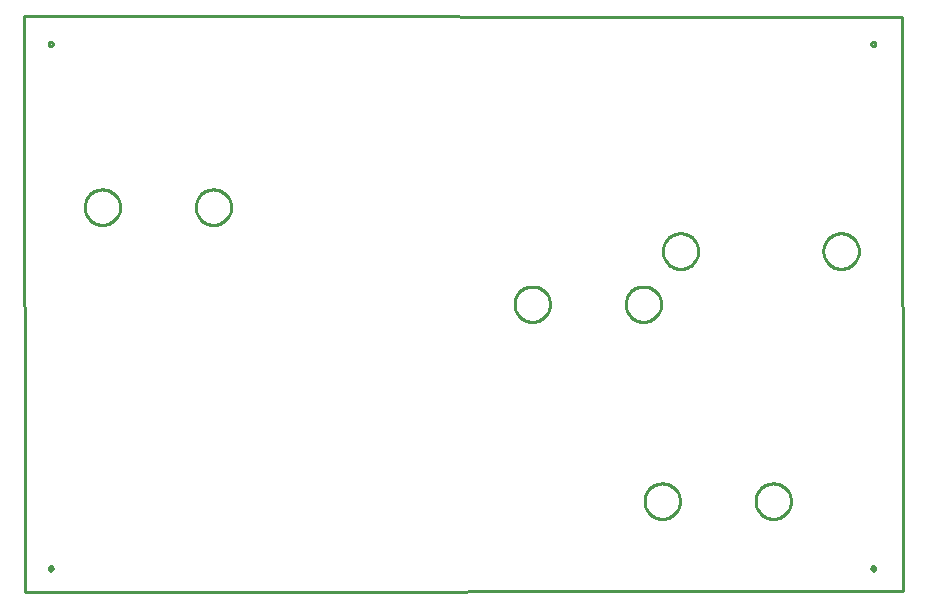
<source format=gbr>
G04 EAGLE Gerber RS-274X export*
G75*
%MOMM*%
%FSLAX34Y34*%
%LPD*%
%IN*%
%IPPOS*%
%AMOC8*
5,1,8,0,0,1.08239X$1,22.5*%
G01*
%ADD10C,0.254000*%


D10*
X-18881Y636694D02*
X-18034Y149101D01*
X725667Y149863D01*
X724820Y635763D01*
X-18881Y636694D01*
X5772Y168868D02*
X5705Y168530D01*
X5573Y168211D01*
X5381Y167925D01*
X5138Y167681D01*
X4851Y167489D01*
X4532Y167357D01*
X4194Y167290D01*
X3850Y167290D01*
X3511Y167357D01*
X3193Y167489D01*
X2906Y167681D01*
X2663Y167925D01*
X2471Y168211D01*
X2339Y168530D01*
X2272Y168868D01*
X2272Y169212D01*
X2339Y169551D01*
X2471Y169869D01*
X2663Y170156D01*
X2906Y170399D01*
X3193Y170591D01*
X3511Y170723D01*
X3850Y170790D01*
X4194Y170790D01*
X4532Y170723D01*
X4851Y170591D01*
X5138Y170399D01*
X5381Y170156D01*
X5573Y169869D01*
X5705Y169551D01*
X5772Y169212D01*
X5772Y168868D01*
X702354Y168868D02*
X702287Y168530D01*
X702155Y168211D01*
X701963Y167925D01*
X701719Y167681D01*
X701433Y167489D01*
X701114Y167357D01*
X700776Y167290D01*
X700431Y167290D01*
X700093Y167357D01*
X699775Y167489D01*
X699488Y167681D01*
X699244Y167925D01*
X699053Y168211D01*
X698921Y168530D01*
X698854Y168868D01*
X698854Y169212D01*
X698921Y169551D01*
X699053Y169869D01*
X699244Y170156D01*
X699488Y170399D01*
X699775Y170591D01*
X700093Y170723D01*
X700431Y170790D01*
X700776Y170790D01*
X701114Y170723D01*
X701433Y170591D01*
X701719Y170399D01*
X701963Y170156D01*
X702155Y169869D01*
X702287Y169551D01*
X702354Y169212D01*
X702354Y168868D01*
X702354Y612915D02*
X702287Y612577D01*
X702155Y612258D01*
X701963Y611972D01*
X701719Y611728D01*
X701433Y611537D01*
X701114Y611405D01*
X700776Y611337D01*
X700431Y611337D01*
X700093Y611405D01*
X699775Y611537D01*
X699488Y611728D01*
X699244Y611972D01*
X699053Y612258D01*
X698921Y612577D01*
X698854Y612915D01*
X698854Y613260D01*
X698921Y613598D01*
X699053Y613916D01*
X699244Y614203D01*
X699488Y614447D01*
X699775Y614638D01*
X700093Y614770D01*
X700431Y614837D01*
X700776Y614837D01*
X701114Y614770D01*
X701433Y614638D01*
X701719Y614447D01*
X701963Y614203D01*
X702155Y613916D01*
X702287Y613598D01*
X702354Y613260D01*
X702354Y612915D01*
X5772Y612915D02*
X5705Y612577D01*
X5573Y612258D01*
X5381Y611972D01*
X5138Y611728D01*
X4851Y611537D01*
X4532Y611405D01*
X4194Y611337D01*
X3850Y611337D01*
X3511Y611405D01*
X3193Y611537D01*
X2906Y611728D01*
X2663Y611972D01*
X2471Y612258D01*
X2339Y612577D01*
X2272Y612915D01*
X2272Y613260D01*
X2339Y613598D01*
X2471Y613916D01*
X2663Y614203D01*
X2906Y614447D01*
X3193Y614638D01*
X3511Y614770D01*
X3850Y614837D01*
X4194Y614837D01*
X4532Y614770D01*
X4851Y614638D01*
X5138Y614447D01*
X5381Y614203D01*
X5573Y613916D01*
X5705Y613598D01*
X5772Y613260D01*
X5772Y612915D01*
X156817Y474439D02*
X156741Y473370D01*
X156588Y472310D01*
X156361Y471263D01*
X156059Y470235D01*
X155684Y469231D01*
X155239Y468256D01*
X154726Y467316D01*
X154146Y466415D01*
X153504Y465557D01*
X152803Y464747D01*
X152045Y463989D01*
X151235Y463288D01*
X150378Y462646D01*
X149476Y462066D01*
X148536Y461553D01*
X147561Y461108D01*
X146557Y460733D01*
X145529Y460432D01*
X144482Y460204D01*
X143422Y460051D01*
X142353Y459975D01*
X141282Y459975D01*
X140213Y460051D01*
X139152Y460204D01*
X138105Y460432D01*
X137077Y460733D01*
X136073Y461108D01*
X135099Y461553D01*
X134158Y462066D01*
X133257Y462646D01*
X132399Y463288D01*
X131589Y463989D01*
X130832Y464747D01*
X130130Y465557D01*
X129488Y466415D01*
X128909Y467316D01*
X128395Y468256D01*
X127950Y469231D01*
X127576Y470235D01*
X127274Y471263D01*
X127046Y472310D01*
X126894Y473370D01*
X126817Y474439D01*
X126817Y475511D01*
X126894Y476579D01*
X127046Y477640D01*
X127274Y478687D01*
X127576Y479715D01*
X127950Y480719D01*
X128395Y481693D01*
X128909Y482634D01*
X129488Y483535D01*
X130130Y484393D01*
X130832Y485203D01*
X131589Y485960D01*
X132399Y486662D01*
X133257Y487304D01*
X134158Y487883D01*
X135099Y488397D01*
X136073Y488842D01*
X137077Y489216D01*
X138105Y489518D01*
X139152Y489746D01*
X140213Y489898D01*
X141282Y489975D01*
X142353Y489975D01*
X143422Y489898D01*
X144482Y489746D01*
X145529Y489518D01*
X146557Y489216D01*
X147561Y488842D01*
X148536Y488397D01*
X149476Y487883D01*
X150378Y487304D01*
X151235Y486662D01*
X152045Y485960D01*
X152803Y485203D01*
X153504Y484393D01*
X154146Y483535D01*
X154726Y482634D01*
X155239Y481693D01*
X155684Y480719D01*
X156059Y479715D01*
X156361Y478687D01*
X156588Y477640D01*
X156741Y476579D01*
X156817Y475511D01*
X156817Y474439D01*
X62817Y474439D02*
X62741Y473370D01*
X62588Y472310D01*
X62361Y471263D01*
X62059Y470235D01*
X61684Y469231D01*
X61239Y468256D01*
X60726Y467316D01*
X60146Y466415D01*
X59504Y465557D01*
X58803Y464747D01*
X58045Y463989D01*
X57235Y463288D01*
X56378Y462646D01*
X55476Y462066D01*
X54536Y461553D01*
X53561Y461108D01*
X52557Y460733D01*
X51529Y460432D01*
X50482Y460204D01*
X49422Y460051D01*
X48353Y459975D01*
X47282Y459975D01*
X46213Y460051D01*
X45152Y460204D01*
X44105Y460432D01*
X43077Y460733D01*
X42073Y461108D01*
X41099Y461553D01*
X40158Y462066D01*
X39257Y462646D01*
X38399Y463288D01*
X37589Y463989D01*
X36832Y464747D01*
X36130Y465557D01*
X35488Y466415D01*
X34909Y467316D01*
X34395Y468256D01*
X33950Y469231D01*
X33576Y470235D01*
X33274Y471263D01*
X33046Y472310D01*
X32894Y473370D01*
X32817Y474439D01*
X32817Y475511D01*
X32894Y476579D01*
X33046Y477640D01*
X33274Y478687D01*
X33576Y479715D01*
X33950Y480719D01*
X34395Y481693D01*
X34909Y482634D01*
X35488Y483535D01*
X36130Y484393D01*
X36832Y485203D01*
X37589Y485960D01*
X38399Y486662D01*
X39257Y487304D01*
X40158Y487883D01*
X41099Y488397D01*
X42073Y488842D01*
X43077Y489216D01*
X44105Y489518D01*
X45152Y489746D01*
X46213Y489898D01*
X47282Y489975D01*
X48353Y489975D01*
X49422Y489898D01*
X50482Y489746D01*
X51529Y489518D01*
X52557Y489216D01*
X53561Y488842D01*
X54536Y488397D01*
X55476Y487883D01*
X56378Y487304D01*
X57235Y486662D01*
X58045Y485960D01*
X58803Y485203D01*
X59504Y484393D01*
X60146Y483535D01*
X60726Y482634D01*
X61239Y481693D01*
X61684Y480719D01*
X62059Y479715D01*
X62361Y478687D01*
X62588Y477640D01*
X62741Y476579D01*
X62817Y475511D01*
X62817Y474439D01*
X688306Y437189D02*
X688230Y436121D01*
X688077Y435060D01*
X687849Y434013D01*
X687548Y432985D01*
X687173Y431981D01*
X686728Y431007D01*
X686215Y430066D01*
X685635Y429165D01*
X684993Y428307D01*
X684292Y427497D01*
X683534Y426740D01*
X682724Y426038D01*
X681866Y425396D01*
X680965Y424817D01*
X680025Y424303D01*
X679050Y423858D01*
X678046Y423484D01*
X677018Y423182D01*
X675971Y422954D01*
X674911Y422802D01*
X673842Y422725D01*
X672770Y422725D01*
X671702Y422802D01*
X670641Y422954D01*
X669594Y423182D01*
X668566Y423484D01*
X667562Y423858D01*
X666588Y424303D01*
X665647Y424817D01*
X664746Y425396D01*
X663888Y426038D01*
X663078Y426740D01*
X662321Y427497D01*
X661619Y428307D01*
X660977Y429165D01*
X660398Y430066D01*
X659884Y431007D01*
X659439Y431981D01*
X659065Y432985D01*
X658763Y434013D01*
X658535Y435060D01*
X658383Y436121D01*
X658306Y437189D01*
X658306Y438261D01*
X658383Y439330D01*
X658535Y440390D01*
X658763Y441437D01*
X659065Y442465D01*
X659439Y443469D01*
X659884Y444444D01*
X660398Y445384D01*
X660977Y446285D01*
X661619Y447143D01*
X662321Y447953D01*
X663078Y448711D01*
X663888Y449412D01*
X664746Y450054D01*
X665647Y450634D01*
X666588Y451147D01*
X667562Y451592D01*
X668566Y451967D01*
X669594Y452269D01*
X670641Y452496D01*
X671702Y452649D01*
X672770Y452725D01*
X673842Y452725D01*
X674911Y452649D01*
X675971Y452496D01*
X677018Y452269D01*
X678046Y451967D01*
X679050Y451592D01*
X680025Y451147D01*
X680965Y450634D01*
X681866Y450054D01*
X682724Y449412D01*
X683534Y448711D01*
X684292Y447953D01*
X684993Y447143D01*
X685635Y446285D01*
X686215Y445384D01*
X686728Y444444D01*
X687173Y443469D01*
X687548Y442465D01*
X687849Y441437D01*
X688077Y440390D01*
X688230Y439330D01*
X688306Y438261D01*
X688306Y437189D01*
X552306Y437189D02*
X552230Y436121D01*
X552077Y435060D01*
X551849Y434013D01*
X551548Y432985D01*
X551173Y431981D01*
X550728Y431007D01*
X550215Y430066D01*
X549635Y429165D01*
X548993Y428307D01*
X548292Y427497D01*
X547534Y426740D01*
X546724Y426038D01*
X545866Y425396D01*
X544965Y424817D01*
X544025Y424303D01*
X543050Y423858D01*
X542046Y423484D01*
X541018Y423182D01*
X539971Y422954D01*
X538911Y422802D01*
X537842Y422725D01*
X536770Y422725D01*
X535702Y422802D01*
X534641Y422954D01*
X533594Y423182D01*
X532566Y423484D01*
X531562Y423858D01*
X530588Y424303D01*
X529647Y424817D01*
X528746Y425396D01*
X527888Y426038D01*
X527078Y426740D01*
X526321Y427497D01*
X525619Y428307D01*
X524977Y429165D01*
X524398Y430066D01*
X523884Y431007D01*
X523439Y431981D01*
X523065Y432985D01*
X522763Y434013D01*
X522535Y435060D01*
X522383Y436121D01*
X522306Y437189D01*
X522306Y438261D01*
X522383Y439330D01*
X522535Y440390D01*
X522763Y441437D01*
X523065Y442465D01*
X523439Y443469D01*
X523884Y444444D01*
X524398Y445384D01*
X524977Y446285D01*
X525619Y447143D01*
X526321Y447953D01*
X527078Y448711D01*
X527888Y449412D01*
X528746Y450054D01*
X529647Y450634D01*
X530588Y451147D01*
X531562Y451592D01*
X532566Y451967D01*
X533594Y452269D01*
X534641Y452496D01*
X535702Y452649D01*
X536770Y452725D01*
X537842Y452725D01*
X538911Y452649D01*
X539971Y452496D01*
X541018Y452269D01*
X542046Y451967D01*
X543050Y451592D01*
X544025Y451147D01*
X544965Y450634D01*
X545866Y450054D01*
X546724Y449412D01*
X547534Y448711D01*
X548292Y447953D01*
X548993Y447143D01*
X549635Y446285D01*
X550215Y445384D01*
X550728Y444444D01*
X551173Y443469D01*
X551548Y442465D01*
X551849Y441437D01*
X552077Y440390D01*
X552230Y439330D01*
X552306Y438261D01*
X552306Y437189D01*
X396847Y393307D02*
X396924Y394376D01*
X397076Y395437D01*
X397304Y396484D01*
X397606Y397512D01*
X397980Y398516D01*
X398426Y399490D01*
X398939Y400431D01*
X399518Y401332D01*
X400160Y402190D01*
X400862Y403000D01*
X401620Y403757D01*
X402429Y404459D01*
X403287Y405101D01*
X404189Y405680D01*
X405129Y406194D01*
X406104Y406639D01*
X407107Y407013D01*
X408136Y407315D01*
X409182Y407543D01*
X410243Y407695D01*
X411312Y407772D01*
X412383Y407772D01*
X413452Y407695D01*
X414512Y407543D01*
X415559Y407315D01*
X416587Y407013D01*
X417591Y406639D01*
X418566Y406194D01*
X419506Y405680D01*
X420408Y405101D01*
X421266Y404459D01*
X422075Y403757D01*
X422833Y403000D01*
X423535Y402190D01*
X424177Y401332D01*
X424756Y400431D01*
X425269Y399490D01*
X425715Y398516D01*
X426089Y397512D01*
X426391Y396484D01*
X426619Y395437D01*
X426771Y394376D01*
X426847Y393307D01*
X426847Y392236D01*
X426771Y391167D01*
X426619Y390107D01*
X426391Y389060D01*
X426089Y388032D01*
X425715Y387028D01*
X425269Y386053D01*
X424756Y385113D01*
X424177Y384211D01*
X423535Y383354D01*
X422833Y382544D01*
X422075Y381786D01*
X421266Y381085D01*
X420408Y380443D01*
X419506Y379863D01*
X418566Y379350D01*
X417591Y378905D01*
X416587Y378530D01*
X415559Y378228D01*
X414512Y378001D01*
X413452Y377848D01*
X412383Y377772D01*
X411312Y377772D01*
X410243Y377848D01*
X409182Y378001D01*
X408136Y378228D01*
X407107Y378530D01*
X406104Y378905D01*
X405129Y379350D01*
X404189Y379863D01*
X403287Y380443D01*
X402429Y381085D01*
X401620Y381786D01*
X400862Y382544D01*
X400160Y383354D01*
X399518Y384211D01*
X398939Y385113D01*
X398426Y386053D01*
X397980Y387028D01*
X397606Y388032D01*
X397304Y389060D01*
X397076Y390107D01*
X396924Y391167D01*
X396847Y392236D01*
X396847Y393307D01*
X490847Y393307D02*
X490924Y394376D01*
X491076Y395437D01*
X491304Y396484D01*
X491606Y397512D01*
X491980Y398516D01*
X492426Y399490D01*
X492939Y400431D01*
X493518Y401332D01*
X494160Y402190D01*
X494862Y403000D01*
X495620Y403757D01*
X496429Y404459D01*
X497287Y405101D01*
X498189Y405680D01*
X499129Y406194D01*
X500104Y406639D01*
X501107Y407013D01*
X502136Y407315D01*
X503182Y407543D01*
X504243Y407695D01*
X505312Y407772D01*
X506383Y407772D01*
X507452Y407695D01*
X508512Y407543D01*
X509559Y407315D01*
X510587Y407013D01*
X511591Y406639D01*
X512566Y406194D01*
X513506Y405680D01*
X514408Y405101D01*
X515266Y404459D01*
X516075Y403757D01*
X516833Y403000D01*
X517535Y402190D01*
X518177Y401332D01*
X518756Y400431D01*
X519269Y399490D01*
X519715Y398516D01*
X520089Y397512D01*
X520391Y396484D01*
X520619Y395437D01*
X520771Y394376D01*
X520847Y393307D01*
X520847Y392236D01*
X520771Y391167D01*
X520619Y390107D01*
X520391Y389060D01*
X520089Y388032D01*
X519715Y387028D01*
X519269Y386053D01*
X518756Y385113D01*
X518177Y384211D01*
X517535Y383354D01*
X516833Y382544D01*
X516075Y381786D01*
X515266Y381085D01*
X514408Y380443D01*
X513506Y379863D01*
X512566Y379350D01*
X511591Y378905D01*
X510587Y378530D01*
X509559Y378228D01*
X508512Y378001D01*
X507452Y377848D01*
X506383Y377772D01*
X505312Y377772D01*
X504243Y377848D01*
X503182Y378001D01*
X502136Y378228D01*
X501107Y378530D01*
X500104Y378905D01*
X499129Y379350D01*
X498189Y379863D01*
X497287Y380443D01*
X496429Y381085D01*
X495620Y381786D01*
X494862Y382544D01*
X494160Y383354D01*
X493518Y384211D01*
X492939Y385113D01*
X492426Y386053D01*
X491980Y387028D01*
X491606Y388032D01*
X491304Y389060D01*
X491076Y390107D01*
X490924Y391167D01*
X490847Y392236D01*
X490847Y393307D01*
X506903Y226531D02*
X506980Y227600D01*
X507132Y228660D01*
X507360Y229707D01*
X507662Y230735D01*
X508036Y231739D01*
X508481Y232714D01*
X508995Y233654D01*
X509574Y234555D01*
X510216Y235413D01*
X510918Y236223D01*
X511675Y236981D01*
X512485Y237682D01*
X513343Y238324D01*
X514244Y238904D01*
X515185Y239417D01*
X516159Y239862D01*
X517163Y240237D01*
X518191Y240538D01*
X519238Y240766D01*
X520299Y240919D01*
X521367Y240995D01*
X522439Y240995D01*
X523508Y240919D01*
X524568Y240766D01*
X525615Y240538D01*
X526643Y240237D01*
X527647Y239862D01*
X528622Y239417D01*
X529562Y238904D01*
X530463Y238324D01*
X531321Y237682D01*
X532131Y236981D01*
X532889Y236223D01*
X533590Y235413D01*
X534232Y234555D01*
X534812Y233654D01*
X535325Y232714D01*
X535770Y231739D01*
X536145Y230735D01*
X536446Y229707D01*
X536674Y228660D01*
X536827Y227600D01*
X536903Y226531D01*
X536903Y225459D01*
X536827Y224391D01*
X536674Y223330D01*
X536446Y222283D01*
X536145Y221255D01*
X535770Y220251D01*
X535325Y219277D01*
X534812Y218336D01*
X534232Y217435D01*
X533590Y216577D01*
X532889Y215767D01*
X532131Y215010D01*
X531321Y214308D01*
X530463Y213666D01*
X529562Y213087D01*
X528622Y212573D01*
X527647Y212128D01*
X526643Y211754D01*
X525615Y211452D01*
X524568Y211224D01*
X523508Y211072D01*
X522439Y210995D01*
X521367Y210995D01*
X520299Y211072D01*
X519238Y211224D01*
X518191Y211452D01*
X517163Y211754D01*
X516159Y212128D01*
X515185Y212573D01*
X514244Y213087D01*
X513343Y213666D01*
X512485Y214308D01*
X511675Y215010D01*
X510918Y215767D01*
X510216Y216577D01*
X509574Y217435D01*
X508995Y218336D01*
X508481Y219277D01*
X508036Y220251D01*
X507662Y221255D01*
X507360Y222283D01*
X507132Y223330D01*
X506980Y224391D01*
X506903Y225459D01*
X506903Y226531D01*
X600903Y226531D02*
X600980Y227600D01*
X601132Y228660D01*
X601360Y229707D01*
X601662Y230735D01*
X602036Y231739D01*
X602481Y232714D01*
X602995Y233654D01*
X603574Y234555D01*
X604216Y235413D01*
X604918Y236223D01*
X605675Y236981D01*
X606485Y237682D01*
X607343Y238324D01*
X608244Y238904D01*
X609185Y239417D01*
X610159Y239862D01*
X611163Y240237D01*
X612191Y240538D01*
X613238Y240766D01*
X614299Y240919D01*
X615367Y240995D01*
X616439Y240995D01*
X617508Y240919D01*
X618568Y240766D01*
X619615Y240538D01*
X620643Y240237D01*
X621647Y239862D01*
X622622Y239417D01*
X623562Y238904D01*
X624463Y238324D01*
X625321Y237682D01*
X626131Y236981D01*
X626889Y236223D01*
X627590Y235413D01*
X628232Y234555D01*
X628812Y233654D01*
X629325Y232714D01*
X629770Y231739D01*
X630145Y230735D01*
X630446Y229707D01*
X630674Y228660D01*
X630827Y227600D01*
X630903Y226531D01*
X630903Y225459D01*
X630827Y224391D01*
X630674Y223330D01*
X630446Y222283D01*
X630145Y221255D01*
X629770Y220251D01*
X629325Y219277D01*
X628812Y218336D01*
X628232Y217435D01*
X627590Y216577D01*
X626889Y215767D01*
X626131Y215010D01*
X625321Y214308D01*
X624463Y213666D01*
X623562Y213087D01*
X622622Y212573D01*
X621647Y212128D01*
X620643Y211754D01*
X619615Y211452D01*
X618568Y211224D01*
X617508Y211072D01*
X616439Y210995D01*
X615367Y210995D01*
X614299Y211072D01*
X613238Y211224D01*
X612191Y211452D01*
X611163Y211754D01*
X610159Y212128D01*
X609185Y212573D01*
X608244Y213087D01*
X607343Y213666D01*
X606485Y214308D01*
X605675Y215010D01*
X604918Y215767D01*
X604216Y216577D01*
X603574Y217435D01*
X602995Y218336D01*
X602481Y219277D01*
X602036Y220251D01*
X601662Y221255D01*
X601360Y222283D01*
X601132Y223330D01*
X600980Y224391D01*
X600903Y225459D01*
X600903Y226531D01*
M02*

</source>
